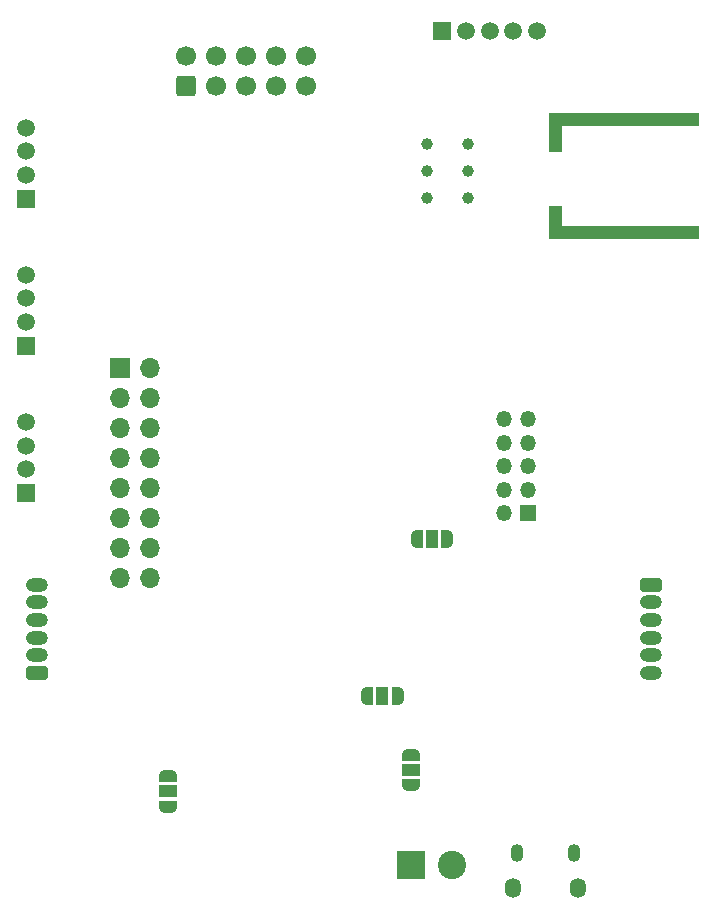
<source format=gbs>
G04 #@! TF.GenerationSoftware,KiCad,Pcbnew,7.0.1*
G04 #@! TF.CreationDate,2023-10-12T07:55:19+02:00*
G04 #@! TF.ProjectId,Drv_board,4472765f-626f-4617-9264-2e6b69636164,rev?*
G04 #@! TF.SameCoordinates,Original*
G04 #@! TF.FileFunction,Soldermask,Bot*
G04 #@! TF.FilePolarity,Negative*
%FSLAX46Y46*%
G04 Gerber Fmt 4.6, Leading zero omitted, Abs format (unit mm)*
G04 Created by KiCad (PCBNEW 7.0.1) date 2023-10-12 07:55:19*
%MOMM*%
%LPD*%
G01*
G04 APERTURE LIST*
G04 Aperture macros list*
%AMRoundRect*
0 Rectangle with rounded corners*
0 $1 Rounding radius*
0 $2 $3 $4 $5 $6 $7 $8 $9 X,Y pos of 4 corners*
0 Add a 4 corners polygon primitive as box body*
4,1,4,$2,$3,$4,$5,$6,$7,$8,$9,$2,$3,0*
0 Add four circle primitives for the rounded corners*
1,1,$1+$1,$2,$3*
1,1,$1+$1,$4,$5*
1,1,$1+$1,$6,$7*
1,1,$1+$1,$8,$9*
0 Add four rect primitives between the rounded corners*
20,1,$1+$1,$2,$3,$4,$5,0*
20,1,$1+$1,$4,$5,$6,$7,0*
20,1,$1+$1,$6,$7,$8,$9,0*
20,1,$1+$1,$8,$9,$2,$3,0*%
%AMFreePoly0*
4,1,19,0.550000,-0.750000,0.000000,-0.750000,0.000000,-0.744911,-0.071157,-0.744911,-0.207708,-0.704816,-0.327430,-0.627875,-0.420627,-0.520320,-0.479746,-0.390866,-0.500000,-0.250000,-0.500000,0.250000,-0.479746,0.390866,-0.420627,0.520320,-0.327430,0.627875,-0.207708,0.704816,-0.071157,0.744911,0.000000,0.744911,0.000000,0.750000,0.550000,0.750000,0.550000,-0.750000,0.550000,-0.750000,
$1*%
%AMFreePoly1*
4,1,19,0.000000,0.744911,0.071157,0.744911,0.207708,0.704816,0.327430,0.627875,0.420627,0.520320,0.479746,0.390866,0.500000,0.250000,0.500000,-0.250000,0.479746,-0.390866,0.420627,-0.520320,0.327430,-0.627875,0.207708,-0.704816,0.071157,-0.744911,0.000000,-0.744911,0.000000,-0.750000,-0.550000,-0.750000,-0.550000,0.750000,0.000000,0.750000,0.000000,0.744911,0.000000,0.744911,
$1*%
G04 Aperture macros list end*
%ADD10C,0.005000*%
%ADD11R,1.500000X1.500000*%
%ADD12C,1.500000*%
%ADD13R,1.350000X1.350000*%
%ADD14O,1.350000X1.350000*%
%ADD15O,1.350000X1.700000*%
%ADD16O,1.100000X1.500000*%
%ADD17RoundRect,0.250000X0.685000X-0.335000X0.685000X0.335000X-0.685000X0.335000X-0.685000X-0.335000X0*%
%ADD18O,1.870000X1.170000*%
%ADD19RoundRect,0.250000X0.600000X-0.600000X0.600000X0.600000X-0.600000X0.600000X-0.600000X-0.600000X0*%
%ADD20C,1.700000*%
%ADD21R,2.400000X2.400000*%
%ADD22C,2.400000*%
%ADD23R,1.700000X1.700000*%
%ADD24O,1.700000X1.700000*%
%ADD25RoundRect,0.250000X-0.685000X0.335000X-0.685000X-0.335000X0.685000X-0.335000X0.685000X0.335000X0*%
%ADD26FreePoly0,90.000000*%
%ADD27R,1.500000X1.000000*%
%ADD28FreePoly1,90.000000*%
%ADD29FreePoly0,0.000000*%
%ADD30R,1.000000X1.500000*%
%ADD31FreePoly1,0.000000*%
%ADD32C,1.000000*%
%ADD33FreePoly0,270.000000*%
%ADD34FreePoly1,270.000000*%
%ADD35FreePoly0,180.000000*%
%ADD36FreePoly1,180.000000*%
G04 APERTURE END LIST*
D10*
X147320000Y-79552800D02*
X159918400Y-79552800D01*
X159918400Y-80568800D01*
X147320000Y-80568800D01*
X147320000Y-79552800D01*
G36*
X147320000Y-79552800D02*
G01*
X159918400Y-79552800D01*
X159918400Y-80568800D01*
X147320000Y-80568800D01*
X147320000Y-79552800D01*
G37*
X147320000Y-89103200D02*
X159918400Y-89103200D01*
X159918400Y-90119200D01*
X147320000Y-90119200D01*
X147320000Y-89103200D01*
G36*
X147320000Y-89103200D02*
G01*
X159918400Y-89103200D01*
X159918400Y-90119200D01*
X147320000Y-90119200D01*
X147320000Y-89103200D01*
G37*
X147320000Y-87376000D02*
X148336000Y-87376000D01*
X148336000Y-89128600D01*
X147320000Y-89128600D01*
X147320000Y-87376000D01*
G36*
X147320000Y-87376000D02*
G01*
X148336000Y-87376000D01*
X148336000Y-89128600D01*
X147320000Y-89128600D01*
X147320000Y-87376000D01*
G37*
X147320000Y-80568800D02*
X148336000Y-80568800D01*
X148336000Y-82753200D01*
X147320000Y-82753200D01*
X147320000Y-80568800D01*
G36*
X147320000Y-80568800D02*
G01*
X148336000Y-80568800D01*
X148336000Y-82753200D01*
X147320000Y-82753200D01*
X147320000Y-80568800D01*
G37*
D11*
X138294000Y-72560000D03*
D12*
X140294000Y-72560000D03*
X142294000Y-72560000D03*
X144294000Y-72560000D03*
X146294000Y-72560000D03*
D13*
X145542000Y-113410000D03*
D14*
X143542000Y-113410000D03*
X145542000Y-111410000D03*
X143542000Y-111410000D03*
X145542000Y-109410000D03*
X143542000Y-109410000D03*
X145542000Y-107410000D03*
X143542000Y-107410000D03*
X145542000Y-105410000D03*
X143542000Y-105410000D03*
D15*
X144311000Y-145133000D03*
D16*
X144621000Y-142133000D03*
X149461000Y-142133000D03*
D15*
X149771000Y-145133000D03*
D17*
X104000000Y-126940000D03*
D18*
X104000000Y-125440000D03*
X104000000Y-123940000D03*
X104000000Y-122440000D03*
X104000000Y-120940000D03*
X104000000Y-119440000D03*
D19*
X116586000Y-77206500D03*
D20*
X116586000Y-74666500D03*
X119126000Y-77206500D03*
X119126000Y-74666500D03*
X121666000Y-77206500D03*
X121666000Y-74666500D03*
X124206000Y-77206500D03*
X124206000Y-74666500D03*
X126746000Y-77206500D03*
X126746000Y-74666500D03*
D21*
X135648200Y-143191000D03*
D22*
X139148200Y-143191000D03*
D23*
X110998000Y-101087000D03*
D24*
X113538000Y-101087000D03*
X110998000Y-103627000D03*
X113538000Y-103627000D03*
X110998000Y-106167000D03*
X113538000Y-106167000D03*
X110998000Y-108707000D03*
X113538000Y-108707000D03*
X110998000Y-111247000D03*
X113538000Y-111247000D03*
X110998000Y-113787000D03*
X113538000Y-113787000D03*
X110998000Y-116327000D03*
X113538000Y-116327000D03*
X110998000Y-118867000D03*
X113538000Y-118867000D03*
D11*
X103040000Y-99212000D03*
D12*
X103040000Y-97212000D03*
X103040000Y-95212000D03*
X103040000Y-93212000D03*
D11*
X103047800Y-111664000D03*
D12*
X103047800Y-109664000D03*
X103047800Y-107664000D03*
X103047800Y-105664000D03*
D25*
X156000000Y-119440000D03*
D18*
X156000000Y-120940000D03*
X156000000Y-122440000D03*
X156000000Y-123940000D03*
X156000000Y-125440000D03*
X156000000Y-126940000D03*
D11*
X103040000Y-86766000D03*
D12*
X103040000Y-84766000D03*
X103040000Y-82766000D03*
X103040000Y-80766000D03*
D26*
X135648200Y-136442000D03*
D27*
X135648200Y-135142000D03*
D28*
X135648200Y-133842000D03*
D29*
X131923000Y-128905000D03*
D30*
X133223000Y-128905000D03*
D31*
X134523000Y-128905000D03*
D32*
X140462000Y-86741000D03*
X137033000Y-86741000D03*
X140462000Y-82169000D03*
X137033000Y-84455000D03*
X137033000Y-82169000D03*
X140462000Y-84455000D03*
D33*
X115074200Y-135645400D03*
D27*
X115074200Y-136945400D03*
D34*
X115074200Y-138245400D03*
D35*
X138714000Y-115570000D03*
D30*
X137414000Y-115570000D03*
D36*
X136114000Y-115570000D03*
M02*

</source>
